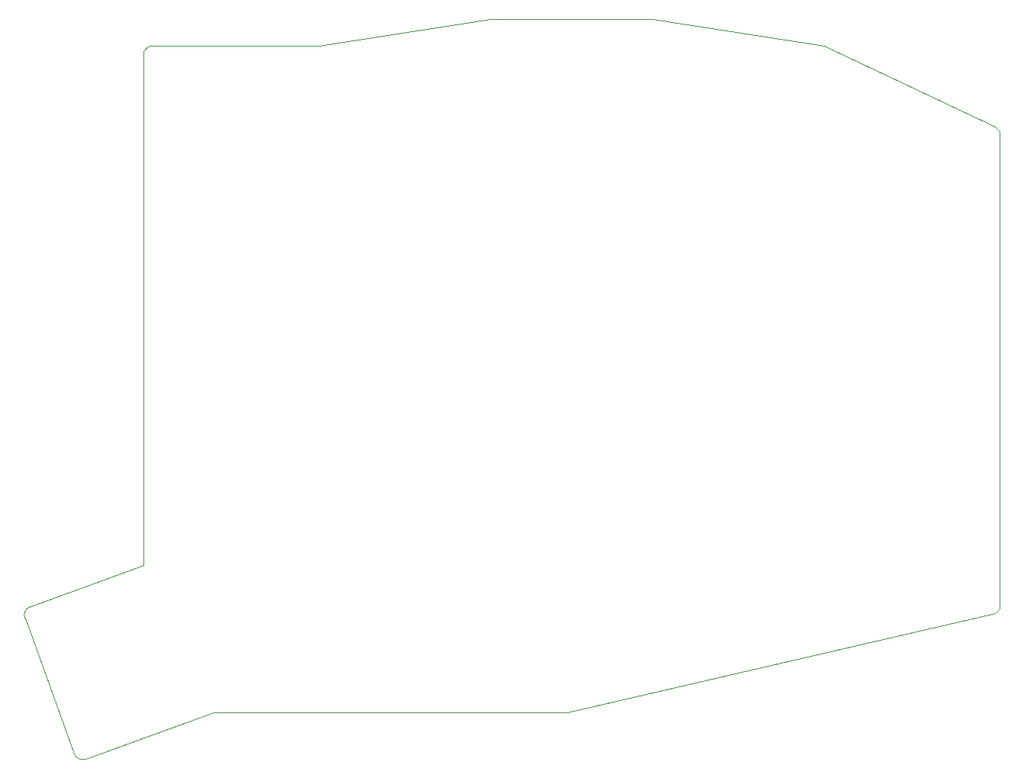
<source format=gm1>
%TF.GenerationSoftware,KiCad,Pcbnew,(7.0.0-0)*%
%TF.CreationDate,2023-03-09T15:59:00+08:00*%
%TF.ProjectId,Input,496e7075-742e-46b6-9963-61645f706362,1*%
%TF.SameCoordinates,PX7bfa480PY6052340*%
%TF.FileFunction,Profile,NP*%
%FSLAX46Y46*%
G04 Gerber Fmt 4.6, Leading zero omitted, Abs format (unit mm)*
G04 Created by KiCad (PCBNEW (7.0.0-0)) date 2023-03-09 15:59:00*
%MOMM*%
%LPD*%
G01*
G04 APERTURE LIST*
%TA.AperFunction,Profile*%
%ADD10C,0.100000*%
%TD*%
%TA.AperFunction,Profile*%
%ADD11C,0.120000*%
%TD*%
G04 APERTURE END LIST*
D10*
X85000000Y-34000000D02*
X85500000Y-33500000D01*
X37500000Y-45000000D02*
X85000000Y-34000000D01*
X85000000Y20000000D02*
X85500000Y19500000D01*
X66000000Y29000000D02*
X85000000Y20000000D01*
X85500000Y-33500000D02*
X85500000Y19500000D01*
X29000000Y32000000D02*
X10000000Y29000000D01*
X66000000Y29000000D02*
X47000000Y32000000D01*
X-7500000Y29000000D02*
X-8500000Y28999999D01*
X-9499999Y28000000D02*
X-9500000Y-28675000D01*
X10000000Y29000000D02*
X7500000Y29000000D01*
X-1750000Y-45000000D02*
X37500000Y-45000000D01*
X-8500000Y28999999D02*
G75*
G03*
X-9499999Y28000000I0J-999999D01*
G01*
X-17191072Y-49559722D02*
X-22663394Y-34524640D01*
X-17191098Y-49559731D02*
G75*
G03*
X-15909359Y-50157395I939698J342031D01*
G01*
X-22065731Y-33242903D02*
G75*
G03*
X-22663394Y-34524640I342031J-939697D01*
G01*
X47000000Y32000000D02*
X29000000Y32000000D01*
X-22065722Y-33242928D02*
X-9500000Y-28675000D01*
X-1750000Y-45000000D02*
X-15909359Y-50157395D01*
D11*
%TO.C,J1*%
X7500000Y29000000D02*
X-7500000Y29000000D01*
%TD*%
M02*

</source>
